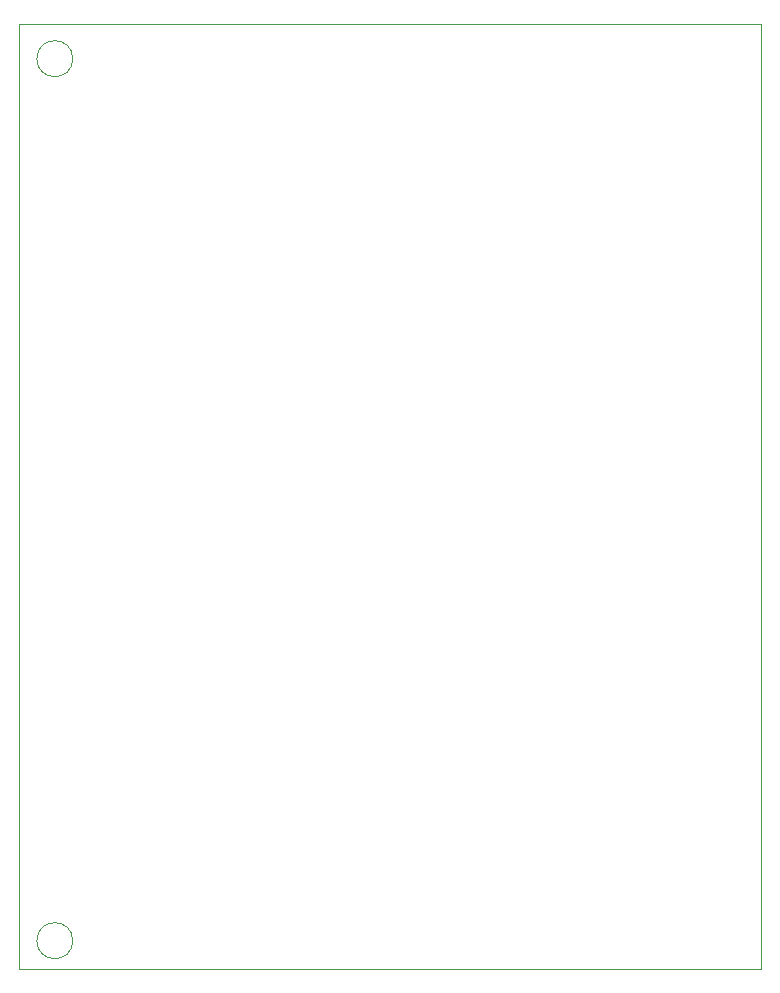
<source format=gbr>
%TF.GenerationSoftware,KiCad,Pcbnew,7.0.9*%
%TF.CreationDate,2023-12-05T19:57:25+01:00*%
%TF.ProjectId,Doodle Drive,446f6f64-6c65-4204-9472-6976652e6b69,1.0V*%
%TF.SameCoordinates,Original*%
%TF.FileFunction,Profile,NP*%
%FSLAX46Y46*%
G04 Gerber Fmt 4.6, Leading zero omitted, Abs format (unit mm)*
G04 Created by KiCad (PCBNEW 7.0.9) date 2023-12-05 19:57:25*
%MOMM*%
%LPD*%
G01*
G04 APERTURE LIST*
%TA.AperFunction,Profile*%
%ADD10C,0.038100*%
%TD*%
G04 APERTURE END LIST*
D10*
X79686000Y-53607000D02*
X142551000Y-53607000D01*
X142551000Y-133617000D01*
X79686000Y-133617000D01*
X79686000Y-53607000D01*
X84258000Y-56528000D02*
G75*
G03*
X84258000Y-56528000I-1524000J0D01*
G01*
X84258000Y-131204000D02*
G75*
G03*
X84258000Y-131204000I-1524000J0D01*
G01*
M02*

</source>
